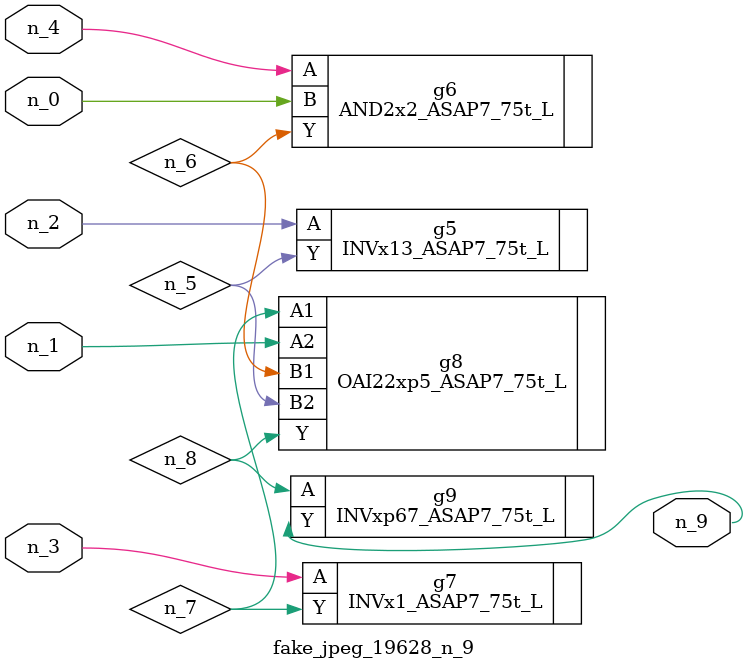
<source format=v>
module fake_jpeg_19628_n_9 (n_3, n_2, n_1, n_0, n_4, n_9);

input n_3;
input n_2;
input n_1;
input n_0;
input n_4;

output n_9;

wire n_8;
wire n_6;
wire n_5;
wire n_7;

INVx13_ASAP7_75t_L g5 ( 
.A(n_2),
.Y(n_5)
);

AND2x2_ASAP7_75t_L g6 ( 
.A(n_4),
.B(n_0),
.Y(n_6)
);

INVx1_ASAP7_75t_L g7 ( 
.A(n_3),
.Y(n_7)
);

OAI22xp5_ASAP7_75t_L g8 ( 
.A1(n_7),
.A2(n_1),
.B1(n_6),
.B2(n_5),
.Y(n_8)
);

INVxp67_ASAP7_75t_L g9 ( 
.A(n_8),
.Y(n_9)
);


endmodule
</source>
